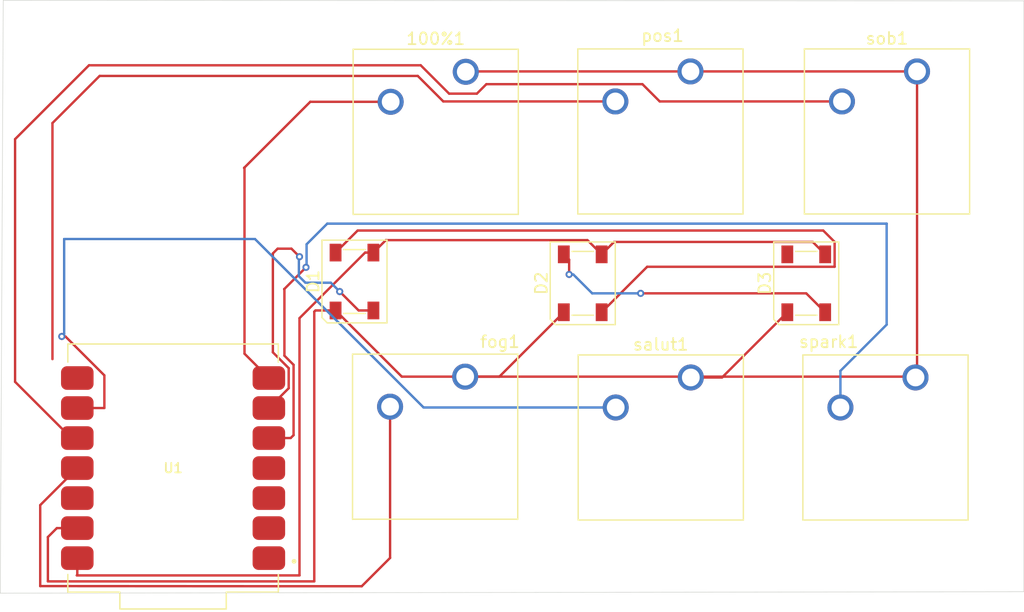
<source format=kicad_pcb>
(kicad_pcb (version 20241229) (generator "pcbnew") (generator_version "9.0")
  (layers (0 "F.Cu" signal) (2 "B.Cu" signal) (13 "F.Paste" user) (15 "B.Paste" user) (5 "F.SilkS" user "F.Silkscreen") (7 "B.SilkS" user "B.Silkscreen") (1 "F.Mask" user) (3 "B.Mask" user) (25 "Edge.Cuts" user))
  (net 0 "")
  (net 1 "/W_win")
  (net 2 "GND")
  (net 3 "Net-(D1-DIN)")
  (net 4 "+5V")
  (net 5 "Net-(D1-DOUT)")
  (net 6 "Net-(D2-DOUT)")
  (net 8 "/toad")
  (net 9 "/ghost")
  (net 10 "/respect")
  (net 11 "/triste")
  (net 12 "/pretty")
  (footprint "LED_SMD:LED_SK6812_PLCC4_5.0x5.0mm_P3.2mm" (layer "F.Cu") (at 137.4 70.05 90)
    (property "Reference" "D3" (at 0 -3.5 90) (layer "F.SilkS"))
    (property "Value" "SK6812")
    (fp_line (start 3.5 -2.75) (end -3.05 -2.75) (stroke (width 0.12)) (layer "F.SilkS"))
    (fp_line (start -3.05 -2.75) (end -3.5 -2.3) (stroke (width 0.12)) (layer "F.SilkS"))
    (fp_line (start -3.5 -2.3) (end -3.5 2.75) (stroke (width 0.12)) (layer "F.SilkS"))
    (fp_line (start 2.7 -0.9) (end 2.7 0.9) (stroke (width 0.12)) (layer "F.SilkS"))
    (fp_line (start -2.7 -0.9) (end -2.7 0.9) (stroke (width 0.12)) (layer "F.SilkS"))
    (fp_line (start 3.5 2.75) (end 3.5 -2.75) (stroke (width 0.12)) (layer "F.SilkS"))
    (fp_line (start 3.5 2.75) (end -3.5 2.75) (stroke (width 0.12)) (layer "F.SilkS"))
    (pad "1" smd rect (at -2.45 -1.6 270) (size 1.5 1) (layers "F.Cu" "F.Mask" "F.Paste") (net 2 "GND"))
    (pad "2" smd rect (at -2.45 1.6 270) (size 1.5 1) (layers "F.Cu" "F.Mask" "F.Paste") (net 6 "Net-(D2-DOUT)"))
    (pad "3" smd rect (at 2.45 1.6 270) (size 1.5 1) (layers "F.Cu" "F.Mask" "F.Paste") (net 4 "+5V"))
    (pad "4" smd rect (at 2.45 -1.6 270) (size 1.5 1) (layers "F.Cu" "F.Mask" "F.Paste"))
  )
  (footprint "micustom2:XIAOLONGBAO" (layer "F.Cu") (at 83.8605 85.688 180)
    (property "Reference" "U1" (at 0 0 0) (layer "F.SilkS") (effects (font (size 0.8 0.8))))
    (property "Value" "XIAO-RP2040-DIP")
    (fp_line (start 8.9 10.5) (end 8.9 8.97) (stroke (width 0.127)) (layer "F.SilkS"))
    (fp_line (start 8.9 -10.5) (end 8.9 -9) (stroke (width 0.127)) (layer "F.SilkS"))
    (fp_line (start 4.5 -10.5) (end 8.9 -10.5) (stroke (width 0.127)) (layer "F.SilkS"))
    (fp_line (start 4.5 -11.9) (end 4.5 -10.5) (stroke (width 0.127)) (layer "F.SilkS"))
    (fp_line (start -4.5 -10.5) (end -4.5 -11.9) (stroke (width 0.127)) (layer "F.SilkS"))
    (fp_line (start -4.5 -11.924) (end 4.495 -11.924) (stroke (width 0.127)) (layer "F.SilkS"))
    (fp_line (start -8.9 10.5) (end 8.9 10.5) (stroke (width 0.127)) (layer "F.SilkS"))
    (fp_line (start -8.9 8.97) (end -8.9 10.5) (stroke (width 0.127)) (layer "F.SilkS"))
    (fp_line (start -8.9 -9) (end -8.9 -10.5) (stroke (width 0.127)) (layer "F.SilkS"))
    (fp_line (start -8.9 -10.5) (end -4.5 -10.5) (stroke (width 0.127)) (layer "F.SilkS"))
    (fp_circle (center -10.229 -7.891) (end -10.129 -7.891) (stroke (width 0.2)) (fill no) (layer "F.SilkS"))
    (pad "1" smd roundrect (at -8.1 -7.62 180) (size 2.75 2) (layers "F.Cu" "F.Mask" "F.Paste"))
    (pad "2" smd roundrect (at -8.1 -5.08 180) (size 2.75 2) (layers "F.Cu" "F.Mask" "F.Paste"))
    (pad "3" smd roundrect (at -8.1 -2.54 180) (size 2.75 2) (layers "F.Cu" "F.Mask" "F.Paste"))
    (pad "4" smd roundrect (at -8.1 0 180) (size 2.75 2) (layers "F.Cu" "F.Mask" "F.Paste"))
    (pad "5" smd roundrect (at -8.1 2.54 180) (size 2.75 2) (layers "F.Cu" "F.Mask" "F.Paste") (net 12 "/pretty"))
    (pad "6" smd roundrect (at -8.1 5.08 180) (size 2.75 2) (layers "F.Cu" "F.Mask" "F.Paste") (net 3 "Net-(D1-DIN)"))
    (pad "7" smd roundrect (at -8.1 7.62 180) (size 2.75 2) (layers "F.Cu" "F.Mask" "F.Paste") (net 1 "/W_win"))
    (pad "8" smd roundrect (at 8.1 7.62 180) (size 2.75 2) (layers "F.Cu" "F.Mask" "F.Paste") (net 9 "/ghost"))
    (pad "9" smd roundrect (at 8.1 5.08 180) (size 2.75 2) (layers "F.Cu" "F.Mask" "F.Paste") (net 10 "/respect"))
    (pad "10" smd roundrect (at 8.1 2.54 180) (size 2.75 2) (layers "F.Cu" "F.Mask" "F.Paste") (net 11 "/triste"))
    (pad "11" smd roundrect (at 8.1 0 180) (size 2.75 2) (layers "F.Cu" "F.Mask" "F.Paste") (net 8 "/toad"))
    (pad "12" smd roundrect (at 8.1 -2.54 180) (size 2.75 2) (layers "F.Cu" "F.Mask" "F.Paste"))
    (pad "13" smd roundrect (at 8.1 -5.08 180) (size 2.75 2) (layers "F.Cu" "F.Mask" "F.Paste") (net 2 "GND"))
    (pad "14" smd roundrect (at 8.1 -7.62 180) (size 2.75 2) (layers "F.Cu" "F.Mask" "F.Paste") (net 4 "+5V"))
  )
  (footprint "Button_Switch_Keyboard:SW_Cherry_MX_1.00u_PCB" (layer "F.Cu") (at 127.64 78.02)
    (property "Reference" "salut1" (at -2.54 -2.794 0) (layer "F.SilkS"))
    (property "Value" "SW_Push")
    (fp_line (start -9.525 -1.905) (end 4.445 -1.905) (stroke (width 0.12)) (layer "F.SilkS"))
    (fp_line (start -9.525 12.065) (end -9.525 -1.905) (stroke (width 0.12)) (layer "F.SilkS"))
    (fp_line (start 4.445 -1.905) (end 4.445 12.065) (stroke (width 0.12)) (layer "F.SilkS"))
    (fp_line (start 4.445 12.065) (end -9.525 12.065) (stroke (width 0.12)) (layer "F.SilkS"))
    (pad "" np_thru_hole circle (at -7.62 5.08) (size 1.7 1.7) (drill 1.7) (layers "*.Cu" "*.Mask"))
    (pad "" np_thru_hole circle (at -2.54 5.08) (size 4 4) (drill 4) (layers "*.Cu" "*.Mask"))
    (pad "" np_thru_hole circle (at 2.54 5.08) (size 1.7 1.7) (drill 1.7) (layers "*.Cu" "*.Mask"))
    (pad "1" thru_hole circle (at 0 0) (size 2.2 2.2) (drill 1.5) (layers "*.Cu" "*.Mask") (net 2 "GND"))
    (pad "2" thru_hole circle (at -6.35 2.54) (size 2.2 2.2) (drill 1.5) (layers "*.Cu" "*.Mask") (net 10 "/respect"))
  )
  (footprint "Button_Switch_Keyboard:SW_Cherry_MX_1.00u_PCB" (layer "F.Cu") (at 108.61 52.15)
    (property "Reference" "100%1" (at -2.54 -2.794 0) (layer "F.SilkS"))
    (property "Value" "SW_Push")
    (fp_line (start -9.525 -1.905) (end 4.445 -1.905) (stroke (width 0.12)) (layer "F.SilkS"))
    (fp_line (start -9.525 12.065) (end -9.525 -1.905) (stroke (width 0.12)) (layer "F.SilkS"))
    (fp_line (start 4.445 -1.905) (end 4.445 12.065) (stroke (width 0.12)) (layer "F.SilkS"))
    (fp_line (start 4.445 12.065) (end -9.525 12.065) (stroke (width 0.12)) (layer "F.SilkS"))
    (pad "" np_thru_hole circle (at -7.62 5.08) (size 1.7 1.7) (drill 1.7) (layers "*.Cu" "*.Mask"))
    (pad "" np_thru_hole circle (at -2.54 5.08) (size 4 4) (drill 4) (layers "*.Cu" "*.Mask"))
    (pad "" np_thru_hole circle (at 2.54 5.08) (size 1.7 1.7) (drill 1.7) (layers "*.Cu" "*.Mask"))
    (pad "1" thru_hole circle (at 0 0) (size 2.2 2.2) (drill 1.5) (layers "*.Cu" "*.Mask") (net 2 "GND"))
    (pad "2" thru_hole circle (at -6.35 2.54) (size 2.2 2.2) (drill 1.5) (layers "*.Cu" "*.Mask") (net 1 "/W_win"))
  )
  (footprint "LED_SMD:LED_SK6812_PLCC4_5.0x5.0mm_P3.2mm" (layer "F.Cu") (at 118.5 70.05 90)
    (property "Reference" "D2" (at 0 -3.5 90) (layer "F.SilkS"))
    (property "Value" "SK6812")
    (fp_line (start 3.5 -2.75) (end -3.05 -2.75) (stroke (width 0.12)) (layer "F.SilkS"))
    (fp_line (start -3.05 -2.75) (end -3.5 -2.3) (stroke (width 0.12)) (layer "F.SilkS"))
    (fp_line (start -3.5 -2.3) (end -3.5 2.75) (stroke (width 0.12)) (layer "F.SilkS"))
    (fp_line (start 2.7 -0.9) (end 2.7 0.9) (stroke (width 0.12)) (layer "F.SilkS"))
    (fp_line (start -2.7 -0.9) (end -2.7 0.9) (stroke (width 0.12)) (layer "F.SilkS"))
    (fp_line (start 3.5 2.75) (end 3.5 -2.75) (stroke (width 0.12)) (layer "F.SilkS"))
    (fp_line (start 3.5 2.75) (end -3.5 2.75) (stroke (width 0.12)) (layer "F.SilkS"))
    (pad "1" smd rect (at -2.45 -1.6 270) (size 1.5 1) (layers "F.Cu" "F.Mask" "F.Paste") (net 2 "GND"))
    (pad "2" smd rect (at -2.45 1.6 270) (size 1.5 1) (layers "F.Cu" "F.Mask" "F.Paste") (net 5 "Net-(D1-DOUT)"))
    (pad "3" smd rect (at 2.45 1.6 270) (size 1.5 1) (layers "F.Cu" "F.Mask" "F.Paste") (net 4 "+5V"))
    (pad "4" smd rect (at 2.45 -1.6 270) (size 1.5 1) (layers "F.Cu" "F.Mask" "F.Paste") (net 6 "Net-(D2-DOUT)"))
  )
  (footprint "Button_Switch_Keyboard:SW_Cherry_MX_1.00u_PCB" (layer "F.Cu") (at 108.56 77.95)
    (property "Reference" "fog1" (at 2.94 -2.95 0) (layer "F.SilkS"))
    (property "Value" "SW_Push")
    (fp_line (start -9.525 -1.905) (end 4.445 -1.905) (stroke (width 0.12)) (layer "F.SilkS"))
    (fp_line (start -9.525 12.065) (end -9.525 -1.905) (stroke (width 0.12)) (layer "F.SilkS"))
    (fp_line (start 4.445 -1.905) (end 4.445 12.065) (stroke (width 0.12)) (layer "F.SilkS"))
    (fp_line (start 4.445 12.065) (end -9.525 12.065) (stroke (width 0.12)) (layer "F.SilkS"))
    (pad "" np_thru_hole circle (at -7.62 5.08) (size 1.7 1.7) (drill 1.7) (layers "*.Cu" "*.Mask"))
    (pad "" np_thru_hole circle (at -2.54 5.08) (size 4 4) (drill 4) (layers "*.Cu" "*.Mask"))
    (pad "" np_thru_hole circle (at 2.54 5.08) (size 1.7 1.7) (drill 1.7) (layers "*.Cu" "*.Mask"))
    (pad "1" thru_hole circle (at 0 0) (size 2.2 2.2) (drill 1.5) (layers "*.Cu" "*.Mask") (net 2 "GND"))
    (pad "2" thru_hole circle (at -6.35 2.54) (size 2.2 2.2) (drill 1.5) (layers "*.Cu" "*.Mask") (net 8 "/toad"))
  )
  (footprint "Button_Switch_Keyboard:SW_Cherry_MX_1.00u_PCB" (layer "F.Cu") (at 146.77 52.12)
    (property "Reference" "sob1" (at -2.54 -2.794 0) (layer "F.SilkS"))
    (property "Value" "SW_Push")
    (fp_line (start -9.525 -1.905) (end 4.445 -1.905) (stroke (width 0.12)) (layer "F.SilkS"))
    (fp_line (start -9.525 12.065) (end -9.525 -1.905) (stroke (width 0.12)) (layer "F.SilkS"))
    (fp_line (start 4.445 -1.905) (end 4.445 12.065) (stroke (width 0.12)) (layer "F.SilkS"))
    (fp_line (start 4.445 12.065) (end -9.525 12.065) (stroke (width 0.12)) (layer "F.SilkS"))
    (pad "" np_thru_hole circle (at -7.62 5.08) (size 1.7 1.7) (drill 1.7) (layers "*.Cu" "*.Mask"))
    (pad "" np_thru_hole circle (at -2.54 5.08) (size 4 4) (drill 4) (layers "*.Cu" "*.Mask"))
    (pad "" np_thru_hole circle (at 2.54 5.08) (size 1.7 1.7) (drill 1.7) (layers "*.Cu" "*.Mask"))
    (pad "1" thru_hole circle (at 0 0) (size 2.2 2.2) (drill 1.5) (layers "*.Cu" "*.Mask") (net 2 "GND"))
    (pad "2" thru_hole circle (at -6.35 2.54) (size 2.2 2.2) (drill 1.5) (layers "*.Cu" "*.Mask") (net 11 "/triste"))
  )
  (footprint "Button_Switch_Keyboard:SW_Cherry_MX_1.00u_PCB" (layer "F.Cu") (at 146.64 78.02)
    (property "Reference" "spark1" (at -7.34 -3.02 0) (layer "F.SilkS"))
    (property "Value" "SW_Push")
    (fp_line (start -9.525 -1.905) (end 4.445 -1.905) (stroke (width 0.12)) (layer "F.SilkS"))
    (fp_line (start -9.525 12.065) (end -9.525 -1.905) (stroke (width 0.12)) (layer "F.SilkS"))
    (fp_line (start 4.445 -1.905) (end 4.445 12.065) (stroke (width 0.12)) (layer "F.SilkS"))
    (fp_line (start 4.445 12.065) (end -9.525 12.065) (stroke (width 0.12)) (layer "F.SilkS"))
    (pad "" np_thru_hole circle (at -7.62 5.08) (size 1.7 1.7) (drill 1.7) (layers "*.Cu" "*.Mask"))
    (pad "" np_thru_hole circle (at -2.54 5.08) (size 4 4) (drill 4) (layers "*.Cu" "*.Mask"))
    (pad "" np_thru_hole circle (at 2.54 5.08) (size 1.7 1.7) (drill 1.7) (layers "*.Cu" "*.Mask"))
    (pad "1" thru_hole circle (at 0 0) (size 2.2 2.2) (drill 1.5) (layers "*.Cu" "*.Mask") (net 2 "GND"))
    (pad "2" thru_hole circle (at -6.35 2.54) (size 2.2 2.2) (drill 1.5) (layers "*.Cu" "*.Mask") (net 12 "/pretty"))
  )
  (footprint "Button_Switch_Keyboard:SW_Cherry_MX_1.00u_PCB" (layer "F.Cu") (at 127.61 52.12)
    (property "Reference" "pos1" (at -2.36 -3.02 0) (layer "F.SilkS"))
    (property "Value" "SW_Push")
    (fp_line (start -9.525 -1.905) (end 4.445 -1.905) (stroke (width 0.12)) (layer "F.SilkS"))
    (fp_line (start -9.525 12.065) (end -9.525 -1.905) (stroke (width 0.12)) (layer "F.SilkS"))
    (fp_line (start 4.445 -1.905) (end 4.445 12.065) (stroke (width 0.12)) (layer "F.SilkS"))
    (fp_line (start 4.445 12.065) (end -9.525 12.065) (stroke (width 0.12)) (layer "F.SilkS"))
    (pad "" np_thru_hole circle (at -7.62 5.08) (size 1.7 1.7) (drill 1.7) (layers "*.Cu" "*.Mask"))
    (pad "" np_thru_hole circle (at -2.54 5.08) (size 4 4) (drill 4) (layers "*.Cu" "*.Mask"))
    (pad "" np_thru_hole circle (at 2.54 5.08) (size 1.7 1.7) (drill 1.7) (layers "*.Cu" "*.Mask"))
    (pad "1" thru_hole circle (at 0 0) (size 2.2 2.2) (drill 1.5) (layers "*.Cu" "*.Mask") (net 2 "GND"))
    (pad "2" thru_hole circle (at -6.35 2.54) (size 2.2 2.2) (drill 1.5) (layers "*.Cu" "*.Mask") (net 9 "/ghost"))
  )
  (footprint "LED_SMD:LED_SK6812_PLCC4_5.0x5.0mm_P3.2mm" (layer "F.Cu") (at 99.2 69.9 90)
    (property "Reference" "D1" (at 0 -3.5 90) (layer "F.SilkS"))
    (property "Value" "SK6812")
    (fp_line (start 3.5 -2.75) (end -3.05 -2.75) (stroke (width 0.12)) (layer "F.SilkS"))
    (fp_line (start -3.05 -2.75) (end -3.5 -2.3) (stroke (width 0.12)) (layer "F.SilkS"))
    (fp_line (start -3.5 -2.3) (end -3.5 2.75) (stroke (width 0.12)) (layer "F.SilkS"))
    (fp_line (start 2.7 -0.9) (end 2.7 0.9) (stroke (width 0.12)) (layer "F.SilkS"))
    (fp_line (start -2.7 -0.9) (end -2.7 0.9) (stroke (width 0.12)) (layer "F.SilkS"))
    (fp_line (start 3.5 2.75) (end 3.5 -2.75) (stroke (width 0.12)) (layer "F.SilkS"))
    (fp_line (start 3.5 2.75) (end -3.5 2.75) (stroke (width 0.12)) (layer "F.SilkS"))
    (pad "1" smd rect (at -2.45 -1.6 270) (size 1.5 1) (layers "F.Cu" "F.Mask" "F.Paste") (net 2 "GND"))
    (pad "2" smd rect (at -2.45 1.6 270) (size 1.5 1) (layers "F.Cu" "F.Mask" "F.Paste") (net 3 "Net-(D1-DIN)"))
    (pad "3" smd rect (at 2.45 1.6 270) (size 1.5 1) (layers "F.Cu" "F.Mask" "F.Paste") (net 4 "+5V"))
    (pad "4" smd rect (at 2.45 -1.6 270) (size 1.5 1) (layers "F.Cu" "F.Mask" "F.Paste") (net 5 "Net-(D1-DOUT)"))
  )
  (gr_line (start 155.8 46.15) (end 69.5 46.1) (stroke (width 0.05)) (layer "Edge.Cuts"))
  (gr_line (start 69.25 96.274782) (end 69.25 96.15) (stroke (width 0.05)) (layer "Edge.Cuts"))
  (gr_line (start 155.8 96.15) (end 69.25 96.274782) (stroke (width 0.05)) (layer "Edge.Cuts"))
  (gr_line (start 155.8 96.15) (end 155.8 46.15) (stroke (width 0.05)) (layer "Edge.Cuts"))
  (gr_line (start 69.5 46.1) (end 69.25 96.15) (stroke (width 0.05)) (layer "Edge.Cuts"))
  (segment (start 89.9 60.25) (end 89.9 76.0075) (width 0.2) (layer "F.Cu") (net 1))
  (segment (start 102.26 54.69) (end 95.46 54.69) (width 0.2) (layer "F.Cu") (net 1))
  (segment (start 89.9 76.0075) (end 91.9605 78.068) (width 0.2) (layer "F.Cu") (net 1))
  (segment (start 95.46 54.69) (end 89.9 60.25) (width 0.2) (layer "F.Cu") (net 1))
  (segment (start 89.9 60.25) (end 89.8605 60.2895) (width 0.2) (layer "F.Cu") (net 1))
  (segment (start 108.56 77.95) (end 146.57 77.95) (width 0.2) (layer "F.Cu") (net 2))
  (segment (start 108.61 52.15) (end 108.64 52.12) (width 0.2) (layer "F.Cu") (net 2))
  (segment (start 74.032 90.768) (end 75.7605 90.768) (width 0.2) (layer "F.Cu") (net 2))
  (segment (start 130.28 78.02) (end 135.8 72.5) (width 0.2) (layer "F.Cu") (net 2))
  (segment (start 146.77 77.89) (end 146.64 78.02) (width 0.2) (layer "F.Cu") (net 2))
  (segment (start 95.8 95.275119) (end 73.275119 95.275119) (width 0.2) (layer "F.Cu") (net 2))
  (segment (start 103.2 77.95) (end 108.56 77.95) (width 0.2) (layer "F.Cu") (net 2))
  (segment (start 111.45 77.95) (end 116.9 72.5) (width 0.2) (layer "F.Cu") (net 2))
  (segment (start 146.77 52.12) (end 146.77 77.89) (width 0.2) (layer "F.Cu") (net 2))
  (segment (start 97.6 72.35) (end 95.9 72.35) (width 0.2) (layer "F.Cu") (net 2))
  (segment (start 95.8 72.45) (end 95.8 95.275119) (width 0.2) (layer "F.Cu") (net 2))
  (segment (start 95.9 72.35) (end 95.8 72.45) (width 0.2) (layer "F.Cu") (net 2))
  (segment (start 127.64 78.02) (end 130.28 78.02) (width 0.2) (layer "F.Cu") (net 2))
  (segment (start 97.6 72.35) (end 103.2 77.95) (width 0.2) (layer "F.Cu") (net 2))
  (segment (start 73.275119 91.524881) (end 74.032 90.768) (width 0.2) (layer "F.Cu") (net 2))
  (segment (start 146.57 77.95) (end 146.64 78.02) (width 0.2) (layer "F.Cu") (net 2))
  (segment (start 73.275119 95.275119) (end 73.275119 91.524881) (width 0.2) (layer "F.Cu") (net 2))
  (segment (start 108.64 52.12) (end 146.77 52.12) (width 0.2) (layer "F.Cu") (net 2))
  (segment (start 108.56 77.95) (end 111.45 77.95) (width 0.2) (layer "F.Cu") (net 2))
  (segment (start 99.55 72.35) (end 97.95 70.75) (width 0.2) (layer "F.Cu") (net 3))
  (segment (start 92.299 75.891442) (end 93.6365 77.228942) (width 0.2) (layer "F.Cu") (net 3))
  (segment (start 93.87 67.12) (end 92.7 67.12) (width 0.2) (layer "F.Cu") (net 3))
  (segment (start 92.299 67.521) (end 92.299 75.891442) (width 0.2) (layer "F.Cu") (net 3))
  (segment (start 94.55 67.8) (end 93.87 67.12) (width 0.2) (layer "F.Cu") (net 3))
  (segment (start 93.6365 78.932) (end 91.9605 80.608) (width 0.2) (layer "F.Cu") (net 3))
  (segment (start 100.8 72.35) (end 99.55 72.35) (width 0.2) (layer "F.Cu") (net 3))
  (segment (start 93.6365 77.228942) (end 93.6365 78.932) (width 0.2) (layer "F.Cu") (net 3))
  (segment (start 92.7 67.12) (end 92.299 67.521) (width 0.2) (layer "F.Cu") (net 3))
  (via (at 97.95 70.75) (size 0.6) (drill 0.3) (layers "F.Cu" "B.Cu") (net 3))
  (via (at 94.55 67.8) (size 0.6) (drill 0.3) (layers "F.Cu" "B.Cu") (net 3))
  (segment (start 97.95 70.75) (end 97.2 70) (width 0.2) (layer "B.Cu") (net 3))
  (segment (start 95.05 70) (end 94.499 69.449) (width 0.2) (layer "B.Cu") (net 3))
  (segment (start 94.499 69.449) (end 94.499 67.851) (width 0.2) (layer "B.Cu") (net 3))
  (segment (start 97.2 70) (end 95.05 70) (width 0.2) (layer "B.Cu") (net 3))
  (segment (start 94.499 67.851) (end 94.55 67.8) (width 0.2) (layer "B.Cu") (net 3))
  (segment (start 100.8 67.45) (end 100.1 67.45) (width 0.2) (layer "F.Cu") (net 4))
  (segment (start 121.151 66.549) (end 120.1 67.6) (width 0.2) (layer "F.Cu") (net 4))
  (segment (start 94.55 73) (end 94.55 94.771) (width 0.2) (layer "F.Cu") (net 4))
  (segment (start 75.7235 94.771) (end 75.7605 94.734) (width 0.2) (layer "F.Cu") (net 4))
  (segment (start 75.7605 94.734) (end 75.7605 93.308) (width 0.2) (layer "F.Cu") (net 4))
  (segment (start 139 67.6) (end 137.949 66.549) (width 0.2) (layer "F.Cu") (net 4))
  (segment (start 118.899 66.399) (end 101.851 66.399) (width 0.2) (layer "F.Cu") (net 4))
  (segment (start 100.1 67.45) (end 94.55 73) (width 0.2) (layer "F.Cu") (net 4))
  (segment (start 94.55 94.771) (end 75.7235 94.771) (width 0.2) (layer "F.Cu") (net 4))
  (segment (start 101.851 66.399) (end 100.8 67.45) (width 0.2) (layer "F.Cu") (net 4))
  (segment (start 137.949 66.549) (end 121.151 66.549) (width 0.2) (layer "F.Cu") (net 4))
  (segment (start 120.1 67.6) (end 118.899 66.399) (width 0.2) (layer "F.Cu") (net 4))
  (segment (start 97.6 67.45) (end 99.466624 65.583376) (width 0.2) (layer "F.Cu") (net 5))
  (segment (start 139.801 66.549) (end 139.801 68.651) (width 0.2) (layer "F.Cu") (net 5))
  (segment (start 139.801 68.651) (end 123.949 68.651) (width 0.2) (layer "F.Cu") (net 5))
  (segment (start 99.466624 65.583376) (end 138.835376 65.583376) (width 0.2) (layer "F.Cu") (net 5))
  (segment (start 138.835376 65.583376) (end 139.801 66.549) (width 0.2) (layer "F.Cu") (net 5))
  (segment (start 123.949 68.651) (end 120.1 72.5) (width 0.2) (layer "F.Cu") (net 5))
  (segment (start 117.35 68.05) (end 116.9 67.6) (width 0.2) (layer "F.Cu") (net 6))
  (segment (start 117.35 69.3) (end 117.35 68.05) (width 0.2) (layer "F.Cu") (net 6))
  (segment (start 139 72.5) (end 137.4 70.9) (width 0.2) (layer "F.Cu") (net 6))
  (segment (start 137.4 70.9) (end 123.4 70.9) (width 0.2) (layer "F.Cu") (net 6))
  (via (at 123.4 70.9) (size 0.6) (drill 0.3) (layers "F.Cu" "B.Cu") (net 6))
  (via (at 117.35 69.3) (size 0.6) (drill 0.3) (layers "F.Cu" "B.Cu") (net 6))
  (segment (start 119.3 70.9) (end 117.95 69.55) (width 0.2) (layer "B.Cu") (net 6))
  (segment (start 123.4 70.9) (end 119.3 70.9) (width 0.2) (layer "B.Cu") (net 6))
  (segment (start 117.7 69.3) (end 117.35 69.3) (width 0.2) (layer "B.Cu") (net 6))
  (segment (start 117.95 69.55) (end 117.7 69.3) (width 0.2) (layer "B.Cu") (net 6))
  (segment (start 99.812535 95.687465) (end 92.825154 95.687465) (width 0.2) (layer "F.Cu") (net 8))
  (segment (start 72.625742 95.675742) (end 72.625742 88.822758) (width 0.2) (layer "F.Cu") (net 8))
  (segment (start 72.625742 88.822758) (end 75.7605 85.688) (width 0.2) (layer "F.Cu") (net 8))
  (segment (start 92.825154 95.687465) (end 72.625742 95.675742) (width 0.2) (layer "F.Cu") (net 8))
  (segment (start 102.21 80.49) (end 102.21 93.29) (width 0.2) (layer "F.Cu") (net 8))
  (segment (start 102.21 93.29) (end 99.812535 95.687465) (width 0.2) (layer "F.Cu") (net 8))
  (segment (start 106.71 54.66) (end 121.26 54.66) (width 0.2) (layer "F.Cu") (net 9))
  (segment (start 73.6605 76.468) (end 73.6605 56.4895) (width 0.2) (layer "F.Cu") (net 9))
  (segment (start 104.55 52.5) (end 106.71 54.66) (width 0.2) (layer "F.Cu") (net 9))
  (segment (start 77.65 52.5) (end 104.55 52.5) (width 0.2) (layer "F.Cu") (net 9))
  (segment (start 73.6605 56.4895) (end 77.65 52.5) (width 0.2) (layer "F.Cu") (net 9))
  (segment (start 74.757558 74.55) (end 78.05 77.842442) (width 0.2) (layer "F.Cu") (net 10))
  (segment (start 78.042 80.608) (end 75.7605 80.608) (width 0.2) (layer "F.Cu") (net 10))
  (segment (start 78.05 77.842442) (end 78.05 80.6) (width 0.2) (layer "F.Cu") (net 10))
  (segment (start 74.45 74.55) (end 74.757558 74.55) (width 0.2) (layer "F.Cu") (net 10))
  (segment (start 78.05 80.6) (end 78.042 80.608) (width 0.2) (layer "F.Cu") (net 10))
  (via (at 74.45 74.55) (size 0.6) (drill 0.3) (layers "F.Cu" "B.Cu") (net 10))
  (segment (start 90.7829 66.3) (end 74.65 66.3) (width 0.2) (layer "B.Cu") (net 10))
  (segment (start 121.29 80.56) (end 105.0429 80.56) (width 0.2) (layer "B.Cu") (net 10))
  (segment (start 105.0429 80.56) (end 90.7829 66.3) (width 0.2) (layer "B.Cu") (net 10))
  (segment (start 74.65 66.3) (end 74.65 74.35) (width 0.2) (layer "B.Cu") (net 10))
  (segment (start 74.65 74.35) (end 74.45 74.55) (width 0.2) (layer "B.Cu") (net 10))
  (segment (start 110.35 53.2) (end 109.55 54) (width 0.2) (layer "F.Cu") (net 11))
  (segment (start 140.42 54.66) (end 125.01 54.66) (width 0.2) (layer "F.Cu") (net 11))
  (segment (start 107.2 54) (end 104.8 51.6) (width 0.2) (layer "F.Cu") (net 11))
  (segment (start 70.5 78.3875) (end 75.2605 83.148) (width 0.2) (layer "F.Cu") (net 11))
  (segment (start 125.01 54.66) (end 123.55 53.2) (width 0.2) (layer "F.Cu") (net 11))
  (segment (start 75.2605 83.148) (end 75.7605 83.148) (width 0.2) (layer "F.Cu") (net 11))
  (segment (start 76.75 51.6) (end 70.5 57.85) (width 0.2) (layer "F.Cu") (net 11))
  (segment (start 123.55 53.2) (end 110.35 53.2) (width 0.2) (layer "F.Cu") (net 11))
  (segment (start 70.5 57.85) (end 70.5 78.3875) (width 0.2) (layer "F.Cu") (net 11))
  (segment (start 104.8 51.6) (end 76.75 51.6) (width 0.2) (layer "F.Cu") (net 11))
  (segment (start 109.55 54) (end 107.2 54) (width 0.2) (layer "F.Cu") (net 11))
  (segment (start 94.05 82.9) (end 93.802 83.148) (width 0.2) (layer "F.Cu") (net 12))
  (segment (start 94.05 76.95) (end 94.05 82.9) (width 0.2) (layer "F.Cu") (net 12))
  (segment (start 93.275 70.525) (end 93.275 76.175) (width 0.2) (layer "F.Cu") (net 12))
  (segment (start 93.275 76.175) (end 94.05 76.95) (width 0.2) (layer "F.Cu") (net 12))
  (segment (start 93.802 83.148) (end 91.9605 83.148) (width 0.2) (layer "F.Cu") (net 12))
  (segment (start 95.1 68.7) (end 93.275 70.525) (width 0.2) (layer "F.Cu") (net 12))
  (segment (start 93.275 70.525) (end 93.25 70.55) (width 0.2) (layer "F.Cu") (net 12))
  (via (at 95.1 68.7) (size 0.6) (drill 0.3) (layers "F.Cu" "B.Cu") (net 12))
  (segment (start 96.9 65) (end 95.15 66.75) (width 0.2) (layer "B.Cu") (net 12))
  (segment (start 140.29 80.56) (end 140.29 77.46) (width 0.2) (layer "B.Cu") (net 12))
  (segment (start 140.29 77.46) (end 144.2 73.55) (width 0.2) (layer "B.Cu") (net 12))
  (segment (start 144.2 73.55) (end 144.2 65) (width 0.2) (layer "B.Cu") (net 12))
  (segment (start 144.2 65) (end 96.9 65) (width 0.2) (layer "B.Cu") (net 12))
  (segment (start 95.15 68.65) (end 95.1 68.7) (width 0.2) (layer "B.Cu") (net 12))
  (segment (start 95.15 66.75) (end 95.15 68.65) (width 0.2) (layer "B.Cu") (net 12))
)
</source>
